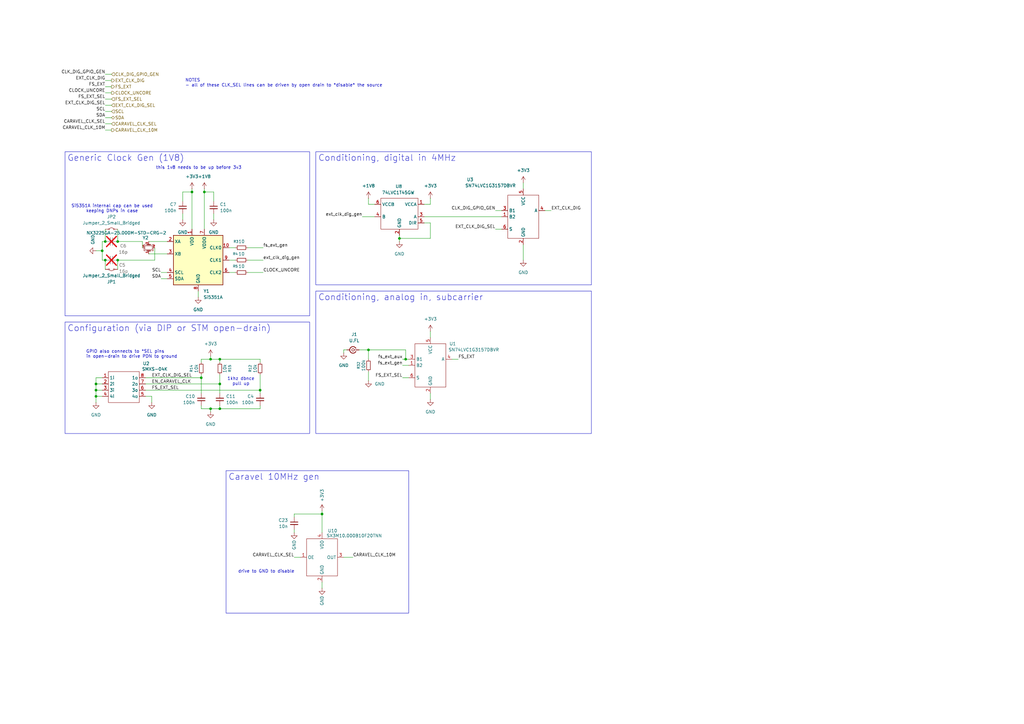
<source format=kicad_sch>
(kicad_sch (version 20250114) (generator "eeschema") (generator_version "9.0")
  (paper "A3")
  (title_block (title "clock source generators") (company "john kesler (jckesle2@ncsu.edu)"))
  (lib_symbols
    (symbol "592-partslib:74LVC1T45GW"
      (property "Reference" "U" (at 8.89 8.89 0))
      (property "Value" "74LVC1T45GW" (at 14.732 7.112 0))
      (symbol "74LVC1T45GW_0_1"
        (rectangle (start -7.62 6.35) (end 7.62 -6.35))
      )
      (symbol "74LVC1T45GW_1_1"
        (pin power_in line (at -10.16 3.81 0) (length 2.54) (name "VCCA") (number "1"))
        (pin bidirectional line (at -10.16 -1.27 0) (length 2.54) (name "A") (number "3"))
        (pin input line (at -10.16 -3.81 0) (length 2.54) (name "DIR") (number "5"))
        (pin power_in line (at 0 -8.89 90) (length 2.54) (name "GND") (number "2"))
        (pin power_in line (at 10.16 3.81 180) (length 2.54) (name "VCCB") (number "6"))
        (pin bidirectional line (at 10.16 -1.27 180) (length 2.54) (name "B") (number "4"))
      )
    )
    (symbol "592-partslib:SMXS-04K"
      (property "Reference" "U" (at 7.62 8.89 0))
      (property "Value" "SMXS-04K-TP" (at 14.224 6.858 0))
      (symbol "SMXS-04K_0_1"
        (rectangle (start -6.35 6.35) (end 6.35 -6.35))
      )
      (symbol "SMXS-04K_1_1"
        (pin passive line (at -8.89 3.81 0) (length 2.54) (name "1i") (number "1"))
        (pin passive line (at -8.89 1.27 0) (length 2.54) (name "2i") (number "2"))
        (pin passive line (at -8.89 -1.27 0) (length 2.54) (name "3i") (number "3"))
        (pin passive line (at -8.89 -3.81 0) (length 2.54) (name "4i") (number "4"))
        (pin passive line (at 8.89 3.81 180) (length 2.54) (name "1o") (number "8"))
        (pin passive line (at 8.89 1.27 180) (length 2.54) (name "2o") (number "7"))
        (pin passive line (at 8.89 -1.27 180) (length 2.54) (name "3o") (number "6"))
        (pin passive line (at 8.89 -3.81 180) (length 2.54) (name "4o") (number "5"))
      )
    )
    (symbol "592-partslib:SN74LVC1G3157DBVR"
      (symbol "SN74LVC1G3157DBVR_0_1"
        (rectangle (start -6.35 8.89) (end 6.35 -8.89))
      )
      (symbol "SN74LVC1G3157DBVR_1_1"
        (pin input line (at -8.89 2.54 0) (length 2.54) (name "B1") (number "3"))
        (pin input line (at -8.89 0 0) (length 2.54) (name "B2") (number "1"))
        (pin input line (at -8.89 -5.08 0) (length 2.54) (name "S") (number "6"))
        (pin power_in line (at 0 11.43 270) (length 2.54) (name "VCC") (number "5"))
        (pin power_in line (at 0 -11.43 90) (length 2.54) (name "GND") (number "2"))
        (pin output line (at 8.89 2.54 180) (length 2.54) (name "A") (number "4"))
      )
    )
    (symbol "592-partslib:SX3M10.000B10F20TNN"
      (property "Reference" "U" (at 9.144 3.556 0))
      (property "Value" "SX3M10.000B10F20TNN" (at 19.558 1.27 0))
      (symbol "SX3M10.000B10F20TNN_0_1"
        (rectangle (start 0 0) (end 12.7 -15.24))
      )
      (symbol "SX3M10.000B10F20TNN_1_1"
        (pin tri_state line (at -2.54 -7.62 0) (length 2.54) (name "OE") (number "1"))
        (pin power_in line (at 6.35 2.54 270) (length 2.54) (name "VDD") (number "4"))
        (pin power_in line (at 6.35 -17.78 90) (length 2.54) (name "GND") (number "2"))
        (pin output line (at 15.24 -7.62 180) (length 2.54) (name "OUT") (number "3"))
      )
    )
    (symbol "Connector:Conn_Coaxial_Small" (pin_numbers (hide yes)) (pin_names (offset 1.016) (hide yes))
      (property "Reference" "J" (at 0.254 3.048 0))
      (property "Value" "Conn_Coaxial_Small" (at 0 -3.81 0))
      (symbol "Conn_Coaxial_Small_0_1"
        (polyline (pts (xy -2.54 0) (xy -0.508 0)))
        (circle (center 0 0) (radius 0.508) (stroke (width 0.2032)))
      )
      (symbol "Conn_Coaxial_Small_1_1"
        (arc (start 1.3484 0.0039) (mid 0.327 -1.308) (end -1.1916 -0.6311) (stroke (width 0.3048)))
        (arc (start -1.1916 0.6311) (mid 0.327 1.3081) (end 1.3484 -0.0039) (stroke (width 0.3048)))
        (pin passive line (at -2.54 0 0) (length 1.27) (name "In") (number "1"))
        (pin passive line (at 2.54 0 180) (length 1.27) (name "Ext") (number "2"))
      )
    )
    (symbol "Device:C_Small" (pin_numbers (hide yes)) (pin_names (offset 0.254) (hide yes))
      (property "Reference" "C" (at 0.254 1.778 0))
      (property "Value" "C_Small" (at 0.254 -2.032 0))
      (symbol "C_Small_0_1"
        (polyline (pts (xy -1.524 0.508) (xy 1.524 0.508)) (stroke (width 0.3048)))
        (polyline (pts (xy -1.524 -0.508) (xy 1.524 -0.508)) (stroke (width 0.3302)))
      )
      (symbol "C_Small_1_1"
        (pin passive line (at 0 2.54 270) (length 2.032) (name "~") (number "1"))
        (pin passive line (at 0 -2.54 90) (length 2.032) (name "~") (number "2"))
      )
    )
    (symbol "Device:Crystal_GND24_Small" (pin_names (offset 1.016) (hide yes))
      (property "Reference" "Y" (at 1.27 4.445 0))
      (property "Value" "Crystal_GND24_Small" (at 1.27 2.54 0))
      (symbol "Crystal_GND24_Small_0_1"
        (polyline (pts (xy -1.27 1.27) (xy -1.27 1.905) (xy 1.27 1.905) (xy 1.27 1.27)))
        (polyline (pts (xy -1.27 -0.762) (xy -1.27 0.762)) (stroke (width 0.381)))
        (polyline (pts (xy -1.27 -1.27) (xy -1.27 -1.905) (xy 1.27 -1.905) (xy 1.27 -1.27)))
        (rectangle (start -0.762 -1.524) (end 0.762 1.524))
        (polyline (pts (xy 1.27 -0.762) (xy 1.27 0.762)) (stroke (width 0.381)))
      )
      (symbol "Crystal_GND24_Small_1_1"
        (pin passive line (at -2.54 0 0) (length 1.27) (name "1") (number "1"))
        (pin passive line (at 0 2.54 270) (length 0.635) (name "4") (number "4"))
        (pin passive line (at 0 -2.54 90) (length 0.635) (name "2") (number "2"))
        (pin passive line (at 2.54 0 180) (length 1.27) (name "3") (number "3"))
      )
    )
    (symbol "Device:R_Small" (pin_numbers (hide yes)) (pin_names (offset 0.254) (hide yes))
      (property "Reference" "R" (at 0 0 90))
      (property "Value" "R_Small" (at 1.778 0 90))
      (symbol "R_Small_0_1"
        (rectangle (start -0.762 1.778) (end 0.762 -1.778) (stroke (width 0.2032)))
      )
      (symbol "R_Small_1_1"
        (pin passive line (at 0 2.54 270) (length 0.762) (name "~") (number "1"))
        (pin passive line (at 0 -2.54 90) (length 0.762) (name "~") (number "2"))
      )
    )
    (symbol "Jumper:Jumper_2_Small_Bridged" (pin_numbers (hide yes)) (pin_names (offset 0) (hide yes))
      (property "Reference" "JP" (at 0 2.032 0))
      (property "Value" "Jumper_2_Small_Bridged" (at 0 -2.286 0))
      (symbol "Jumper_2_Small_Bridged_0_0"
        (circle (center -1.016 0) (radius 0.254))
        (circle (center 1.016 0) (radius 0.254))
      )
      (symbol "Jumper_2_Small_Bridged_0_1"
        (arc (start -0.762 0.254) (mid 0 0.5696) (end 0.762 0.254))
      )
      (symbol "Jumper_2_Small_Bridged_1_1"
        (pin passive line (at -2.54 0 0) (length 1.27) (name "A") (number "1"))
        (pin passive line (at 2.54 0 180) (length 1.27) (name "B") (number "2"))
      )
    )
    (symbol "Oscillator:Si5351A-B-GT"
      (property "Reference" "Y" (at -8.89 11.43 0))
      (property "Value" "Si5351A-B-GT" (at -12.7 -12.7 0))
      (symbol "Si5351A-B-GT_0_1"
        (rectangle (start -10.16 10.16) (end 10.16 -10.16) (stroke (width 0.254)) (fill (type background)))
      )
      (symbol "Si5351A-B-GT_1_1"
        (pin input line (at -12.7 7.62 0) (length 2.54) (name "XA") (number "2"))
        (pin input line (at -12.7 2.54 0) (length 2.54) (name "XB") (number "3"))
        (pin input line (at -12.7 -5.08 0) (length 2.54) (name "SCL") (number "4"))
        (pin bidirectional line (at -12.7 -7.62 0) (length 2.54) (name "SDA") (number "5"))
        (pin power_in line (at -2.54 12.7 270) (length 2.54) (name "VDD") (number "1"))
        (pin power_in line (at 0 -12.7 90) (length 2.54) (name "GND") (number "8"))
        (pin power_in line (at 2.54 12.7 270) (length 2.54) (name "VDDO") (number "7"))
        (pin output line (at 12.7 5.08 180) (length 2.54) (name "CLK0") (number "10"))
        (pin output line (at 12.7 0 180) (length 2.54) (name "CLK1") (number "9"))
        (pin output line (at 12.7 -5.08 180) (length 2.54) (name "CLK2") (number "6"))
      )
    )
    (symbol "power:+1V8" (power) (pin_numbers (hide yes)) (pin_names (offset 0) (hide yes))
      (property "Value" "+1V8" (at 0 3.556 0))
      (symbol "+1V8_0_1"
        (polyline (pts (xy -0.762 1.27) (xy 0 2.54)))
        (polyline (pts (xy 0 2.54) (xy 0.762 1.27)))
        (polyline (pts (xy 0 0) (xy 0 2.54)))
      )
      (symbol "+1V8_1_1"
        (pin power_in line (at 0 0 90) (length 0) (name "~") (number "1"))
      )
    )
    (symbol "power:+3.3V" (power) (pin_names (offset 0))
      (property "Value" "+3.3V" (at 0 3.556 0))
      (symbol "+3.3V_0_1"
        (polyline (pts (xy -0.762 1.27) (xy 0 2.54)))
        (polyline (pts (xy 0 2.54) (xy 0.762 1.27)))
        (polyline (pts (xy 0 0) (xy 0 2.54)))
      )
      (symbol "+3.3V_1_1"
        (pin power_in line (at 0 0 90) (length 0) (hide yes) (name "+3.3V") (number "1"))
      )
    )
    (symbol "power:+3V3" (power) (pin_numbers (hide yes)) (pin_names (offset 0) (hide yes))
      (property "Value" "+3V3" (at 0 3.556 0))
      (symbol "+3V3_0_1"
        (polyline (pts (xy -0.762 1.27) (xy 0 2.54)))
        (polyline (pts (xy 0 2.54) (xy 0.762 1.27)))
        (polyline (pts (xy 0 0) (xy 0 2.54)))
      )
      (symbol "+3V3_1_1"
        (pin power_in line (at 0 0 90) (length 0) (name "~") (number "1"))
      )
    )
    (symbol "power:GND" (power) (pin_numbers (hide yes)) (pin_names (offset 0) (hide yes))
      (property "Value" "GND" (at 0 -3.81 0))
      (symbol "GND_0_1"
        (polyline (pts (xy 0 0) (xy 0 -1.27) (xy 1.27 -1.27) (xy 0 -2.54) (xy -1.27 -1.27) (xy 0 -1.27)))
      )
      (symbol "GND_1_1"
        (pin power_in line (at 0 0 270) (length 0) (name "~") (number "1"))
      )
    )
  )
  (text "drive to GND to disable" (at 109.22 234.442 0) (effects (font (size 1.27 1.27))))
  (text "NOTES\n- all of these CLK_SEL lines can be driven by open drain to *disable* the source" (at 75.946 34.036 0) (effects (font (size 1.27 1.27)) (justify left)))
  (text "1khz dbnce\npull up" (at 98.806 156.464 0) (effects (font (size 1.27 1.27))))
  (text "this 1v8 needs to be up before 3v3" (at 81.534 68.834 0) (effects (font (size 1.27 1.27))))
  (text "Si5351A internal cap can be used\nkeeping DNPs in case" (at 45.974 85.598 0) (effects (font (size 1.27 1.27))))
  (text "GPIO also connects to *SEL pins\nin open-drain to drive PDN to ground" (at 35.306 145.288 0) (effects (font (size 1.27 1.27)) (justify left)))
  (text_box "Generic Clock Gen (1V8)" (at 26.67 62.23 0) (size 100.33 67.31) (margins 0.9525 0.9525 0.9525 0.9525) (effects (font (size 2.54 2.54)) (justify left top)))
  (text_box "Caravel 10MHz gen" (at 92.71 193.04 0) (size 74.93 58.42) (margins 0.9525 0.9525 0.9525 0.9525) (effects (font (size 2.54 2.54)) (justify left top)))
  (text_box "Configuration (via DIP or STM open-drain)" (at 26.67 132.08 0) (size 100.33 45.72) (margins 0.9525 0.9525 0.9525 0.9525) (effects (font (size 2.54 2.54)) (justify left top)))
  (text_box "Conditioning, analog in, subcarrier" (at 129.54 119.38 0) (size 113.03 58.42) (margins 0.9525 0.9525 0.9525 0.9525) (effects (font (size 2.54 2.54)) (justify left top)))
  (text_box "Conditioning, digital in 4MHz" (at 129.54 62.23 0) (size 113.03 54.61) (margins 0.9525 0.9525 0.9525 0.9525) (effects (font (size 2.54 2.54)) (justify left top)))
  (junction (at 106.68 160.02))
  (junction (at 83.82 78.74))
  (junction (at 41.91 102.87))
  (junction (at 39.37 162.56))
  (junction (at 48.26 99.06))
  (junction (at 132.08 210.82))
  (junction (at 39.37 160.02))
  (junction (at 78.74 78.74))
  (junction (at 43.18 106.68))
  (junction (at 90.17 167.64))
  (junction (at 39.37 157.48))
  (junction (at 86.36 167.64))
  (junction (at 90.17 157.48))
  (junction (at 163.83 97.79))
  (junction (at 86.36 147.32))
  (junction (at 82.55 154.94))
  (junction (at 151.13 143.51))
  (junction (at 90.17 147.32))
  (junction (at 43.18 99.06))
  (junction (at 48.26 106.68))
  (junction (at 166.37 147.32))
  (wire (pts (xy 41.91 99.06) (xy 41.91 102.87)))
  (wire (pts (xy 93.98 101.6) (xy 96.52 101.6)))
  (wire (pts (xy 93.98 106.68) (xy 96.52 106.68)))
  (wire (pts (xy 41.91 99.06) (xy 43.18 99.06)))
  (wire (pts (xy 60.96 99.06) (xy 68.58 99.06)))
  (wire (pts (xy 90.17 153.67) (xy 90.17 157.48)))
  (wire (pts (xy 151.13 81.28) (xy 151.13 83.82)))
  (wire (pts (xy 39.37 157.48) (xy 41.91 157.48)))
  (wire (pts (xy 101.6 101.6) (xy 107.95 101.6)))
  (wire (pts (xy 48.26 106.68) (xy 48.26 110.49)))
  (wire (pts (xy 66.04 114.3) (xy 68.58 114.3)))
  (wire (pts (xy 66.04 111.76) (xy 68.58 111.76)))
  (wire (pts (xy 41.91 102.87) (xy 41.91 106.68)))
  (wire (pts (xy 43.18 43.18) (xy 45.72 43.18)))
  (wire (pts (xy 82.55 166.37) (xy 82.55 167.64)))
  (wire (pts (xy 48.26 99.06) (xy 58.42 99.06)))
  (wire (pts (xy 140.97 143.51) (xy 140.97 144.78)))
  (wire (pts (xy 163.83 97.79) (xy 163.83 99.06)))
  (wire (pts (xy 147.32 143.51) (xy 151.13 143.51)))
  (wire (pts (xy 81.28 119.38) (xy 81.28 121.92)))
  (wire (pts (xy 176.53 161.29) (xy 176.53 163.83)))
  (wire (pts (xy 86.36 167.64) (xy 90.17 167.64)))
  (wire (pts (xy 132.08 210.82) (xy 132.08 218.44)))
  (wire (pts (xy 203.2 86.36) (xy 205.74 86.36)))
  (wire (pts (xy 151.13 152.4) (xy 151.13 156.21)))
  (wire (pts (xy 83.82 77.47) (xy 83.82 78.74)))
  (wire (pts (xy 43.18 33.02) (xy 45.72 33.02)))
  (wire (pts (xy 39.37 162.56) (xy 39.37 165.1)))
  (wire (pts (xy 176.53 135.89) (xy 176.53 138.43)))
  (wire (pts (xy 93.98 111.76) (xy 96.52 111.76)))
  (wire (pts (xy 87.63 87.63) (xy 87.63 90.17)))
  (wire (pts (xy 43.18 48.26) (xy 45.72 48.26)))
  (wire (pts (xy 59.69 154.94) (xy 82.55 154.94)))
  (wire (pts (xy 176.53 81.28) (xy 176.53 83.82)))
  (wire (pts (xy 120.65 210.82) (xy 132.08 210.82)))
  (wire (pts (xy 173.99 88.9) (xy 205.74 88.9)))
  (wire (pts (xy 39.37 157.48) (xy 39.37 160.02)))
  (wire (pts (xy 86.36 146.05) (xy 86.36 147.32)))
  (wire (pts (xy 106.68 148.59) (xy 106.68 147.32)))
  (wire (pts (xy 120.65 217.17) (xy 120.65 218.44)))
  (wire (pts (xy 86.36 167.64) (xy 86.36 168.91)))
  (wire (pts (xy 43.18 106.68) (xy 43.18 110.49)))
  (wire (pts (xy 48.26 93.98) (xy 48.26 99.06)))
  (wire (pts (xy 43.18 30.48) (xy 45.72 30.48)))
  (wire (pts (xy 151.13 83.82) (xy 153.67 83.82)))
  (wire (pts (xy 43.18 50.8) (xy 45.72 50.8)))
  (wire (pts (xy 166.37 143.51) (xy 166.37 147.32)))
  (wire (pts (xy 90.17 157.48) (xy 90.17 161.29)))
  (wire (pts (xy 106.68 153.67) (xy 106.68 160.02)))
  (wire (pts (xy 214.63 74.93) (xy 214.63 77.47)))
  (wire (pts (xy 132.08 209.55) (xy 132.08 210.82)))
  (wire (pts (xy 39.37 154.94) (xy 41.91 154.94)))
  (wire (pts (xy 39.37 160.02) (xy 41.91 160.02)))
  (wire (pts (xy 43.18 53.34) (xy 45.72 53.34)))
  (wire (pts (xy 78.74 78.74) (xy 74.93 78.74)))
  (wire (pts (xy 74.93 78.74) (xy 74.93 82.55)))
  (wire (pts (xy 185.42 147.32) (xy 187.96 147.32)))
  (wire (pts (xy 78.74 77.47) (xy 78.74 78.74)))
  (wire (pts (xy 62.23 162.56) (xy 62.23 165.1)))
  (wire (pts (xy 39.37 162.56) (xy 41.91 162.56)))
  (wire (pts (xy 87.63 78.74) (xy 87.63 82.55)))
  (wire (pts (xy 120.65 228.6) (xy 123.19 228.6)))
  (wire (pts (xy 106.68 166.37) (xy 106.68 167.64)))
  (wire (pts (xy 43.18 35.56) (xy 45.72 35.56)))
  (wire (pts (xy 82.55 147.32) (xy 82.55 148.59)))
  (wire (pts (xy 140.97 228.6) (xy 144.78 228.6)))
  (wire (pts (xy 82.55 154.94) (xy 82.55 161.29)))
  (wire (pts (xy 223.52 86.36) (xy 226.06 86.36)))
  (wire (pts (xy 90.17 166.37) (xy 90.17 167.64)))
  (wire (pts (xy 82.55 167.64) (xy 86.36 167.64)))
  (wire (pts (xy 78.74 78.74) (xy 78.74 93.98)))
  (wire (pts (xy 165.1 154.94) (xy 167.64 154.94)))
  (wire (pts (xy 43.18 45.72) (xy 45.72 45.72)))
  (wire (pts (xy 173.99 91.44) (xy 176.53 91.44)))
  (wire (pts (xy 43.18 106.68) (xy 41.91 106.68)))
  (wire (pts (xy 59.69 157.48) (xy 90.17 157.48)))
  (wire (pts (xy 58.42 99.06) (xy 58.42 101.6)))
  (wire (pts (xy 90.17 147.32) (xy 90.17 148.59)))
  (wire (pts (xy 43.18 93.98) (xy 43.18 99.06)))
  (wire (pts (xy 214.63 100.33) (xy 214.63 106.68)))
  (wire (pts (xy 173.99 83.82) (xy 176.53 83.82)))
  (wire (pts (xy 86.36 147.32) (xy 90.17 147.32)))
  (wire (pts (xy 83.82 78.74) (xy 87.63 78.74)))
  (wire (pts (xy 83.82 78.74) (xy 83.82 93.98)))
  (wire (pts (xy 163.83 96.52) (xy 163.83 97.79)))
  (wire (pts (xy 39.37 102.87) (xy 41.91 102.87)))
  (wire (pts (xy 39.37 154.94) (xy 39.37 157.48)))
  (wire (pts (xy 106.68 160.02) (xy 106.68 161.29)))
  (wire (pts (xy 60.96 104.14) (xy 68.58 104.14)))
  (wire (pts (xy 82.55 153.67) (xy 82.55 154.94)))
  (wire (pts (xy 39.37 160.02) (xy 39.37 162.56)))
  (wire (pts (xy 151.13 143.51) (xy 166.37 143.51)))
  (wire (pts (xy 142.24 143.51) (xy 140.97 143.51)))
  (wire (pts (xy 120.65 212.09) (xy 120.65 210.82)))
  (wire (pts (xy 176.53 91.44) (xy 176.53 97.79)))
  (wire (pts (xy 165.1 147.32) (xy 166.37 147.32)))
  (wire (pts (xy 43.18 40.64) (xy 45.72 40.64)))
  (wire (pts (xy 90.17 167.64) (xy 106.68 167.64)))
  (wire (pts (xy 101.6 111.76) (xy 107.95 111.76)))
  (wire (pts (xy 62.23 162.56) (xy 59.69 162.56)))
  (wire (pts (xy 176.53 97.79) (xy 163.83 97.79)))
  (wire (pts (xy 101.6 106.68) (xy 107.95 106.68)))
  (wire (pts (xy 63.5 101.6) (xy 63.5 106.68)))
  (wire (pts (xy 82.55 147.32) (xy 86.36 147.32)))
  (wire (pts (xy 74.93 87.63) (xy 74.93 90.17)))
  (wire (pts (xy 48.26 106.68) (xy 63.5 106.68)))
  (wire (pts (xy 43.18 38.1) (xy 45.72 38.1)))
  (wire (pts (xy 59.69 160.02) (xy 106.68 160.02)))
  (wire (pts (xy 132.08 238.76) (xy 132.08 241.3)))
  (wire (pts (xy 203.2 93.98) (xy 205.74 93.98)))
  (wire (pts (xy 165.1 149.86) (xy 167.64 149.86)))
  (wire (pts (xy 151.13 143.51) (xy 151.13 147.32)))
  (wire (pts (xy 148.59 88.9) (xy 153.67 88.9)))
  (wire (pts (xy 106.68 147.32) (xy 90.17 147.32)))
  (wire (pts (xy 166.37 147.32) (xy 167.64 147.32)))
  (label "CARAVEL_CLK_10M" (at 144.78 228.6 0))
  (label "SCL" (at 66.04 111.76 180))
  (label "FS_EXT_SEL" (at 62.23 160.02 0))
  (label "EXT_CLK_DIG" (at 226.06 86.36 0))
  (label "CLOCK_UNCORE" (at 107.95 111.76 0))
  (label "CLOCK_UNCORE" (at 43.18 38.1 180))
  (label "SDA" (at 66.04 114.3 180))
  (label "fs_ext_gen" (at 107.95 101.6 0))
  (label "CLK_DIG_GPIO_GEN" (at 43.18 30.48 180))
  (label "FS_EXT_SEL" (at 43.18 40.64 180))
  (label "FS_EXT" (at 187.96 147.32 0))
  (label "fs_ext_aux" (at 165.1 147.32 180))
  (label "CLK_DIG_GPIO_GEN" (at 203.2 86.36 180))
  (label "ext_clk_dig_gen" (at 107.95 106.68 0))
  (label "EXT_CLK_DIG_SEL" (at 62.23 154.94 0))
  (label "CARAVEL_CLK_SEL" (at 43.18 50.8 180))
  (label "EXT_CLK_DIG_SEL" (at 203.2 93.98 180))
  (label "fs_ext_gen" (at 165.1 149.86 180))
  (label "FS_EXT" (at 43.18 35.56 180))
  (label "EXT_CLK_DIG" (at 43.18 33.02 180))
  (label "EXT_CLK_DIG_SEL" (at 43.18 43.18 180))
  (label "SDA" (at 43.18 48.26 180))
  (label "CARAVEL_CLK_10M" (at 43.18 53.34 180))
  (label "FS_EXT_SEL" (at 165.1 154.94 180))
  (label "SCL" (at 43.18 45.72 180))
  (label "ext_clk_dig_gen" (at 148.59 88.9 180))
  (label "EN_CARAVEL_CLK" (at 62.23 157.48 0))
  (label "CARAVEL_CLK_SEL" (at 120.65 228.6 180))
  (hierarchical_label "EXT_CLK_DIG" (shape output) (at 45.72 33.02 0))
  (hierarchical_label "FS_EXT_SEL" (shape input) (at 45.72 40.64 0))
  (hierarchical_label "CARAVEL_CLK_SEL" (shape input) (at 45.72 50.8 0))
  (hierarchical_label "SDA" (shape bidirectional) (at 45.72 48.26 0))
  (hierarchical_label "CLK_DIG_GPIO_GEN" (shape input) (at 45.72 30.48 0))
  (hierarchical_label "CLOCK_UNCORE" (shape output) (at 45.72 38.1 0))
  (hierarchical_label "CARAVEL_CLK_10M" (shape output) (at 45.72 53.34 0))
  (hierarchical_label "EXT_CLK_DIG_SEL" (shape input) (at 45.72 43.18 0))
  (hierarchical_label "FS_EXT" (shape output) (at 45.72 35.56 0))
  (hierarchical_label "SCL" (shape input) (at 45.72 45.72 0))
  (symbol (lib_id "power:GND") (at 39.37 102.87 270) (unit 1)
    (property "Reference" "#PWR015" (effects (hide yes)))
    (property "Value" "GND" (at 38.1001 100.33 0) (effects (justify right)))
    (property "Description" "Power symbol creates a global label with name \"GND\" , ground" (effects (hide yes)))
  )
  (symbol (lib_id "Oscillator:Si5351A-B-GT") (at 81.28 106.68 0) (unit 1)
    (property "Reference" "Y1" (at 83.4233 119.38 0) (effects (justify left)))
    (property "Value" "Si5351A" (at 83.4233 121.92 0) (effects (justify left)))
    (property "Footprint" "Package_SO:MSOP-10_3x3mm_P0.5mm" (effects (hide yes)))
    (property "Datasheet" "https://www.silabs.com/documents/public/data-sheets/Si5351-B.pdf" (effects (hide yes)))
    (property "Description" "I2C Programmable Any-Frequency CMOS Clock Generator, MSOP-8" (effects (hide yes)))
  )
  (symbol (lib_id "Device:Crystal_GND24_Small") (at 60.96 101.6 90) (unit 1)
    (property "Reference" "Y2" (at 59.69 97.536 90))
    (property "Value" "NX3225GA-25.000M-STD-CRG-2" (at 51.816 95.504 90))
    (property "Footprint" "Crystal:Crystal_SMD_3225-4Pin_3.2x2.5mm" (effects (hide yes)))
    (property "Datasheet" "https://www.lcsc.com/datasheet/C1985619.pdf" (effects (hide yes)))
    (property "Description" "Four pin crystal, GND on pins 2 and 4, small symbol" (effects (hide yes)))
  )
  (symbol (lib_id "Jumper:Jumper_2_Small_Bridged") (at 45.72 93.98 0) (mirror y) (unit 1)
    (property "Reference" "JP2" (at 45.72 88.9 0))
    (property "Value" "Jumper_2_Small_Bridged" (at 45.72 91.44 0))
    (property "Footprint" "Jumper:SolderJumper-2_P1.3mm_Bridged_RoundedPad1.0x1.5mm" (effects (hide yes)))
    (property "Description" "Jumper, 2-pole, small symbol, bridged" (effects (hide yes)))
  )
  (symbol (lib_id "power:+3V3") (at 176.53 135.89 0) (unit 1)
    (property "Reference" "#PWR04" (effects (hide yes)))
    (property "Value" "+3V3" (at 176.53 130.81 0))
    (property "Description" "Power symbol creates a global label with name \"+3V3\"" (effects (hide yes)))
  )
  (symbol (lib_id "power:+3.3V") (at 132.08 209.55 0) (unit 1)
    (property "Reference" "#PWR084" (effects (hide yes)))
    (property "Value" "+3V3" (at 132.08 203.2 90))
  )
  (symbol (lib_id "Device:C_Small") (at 45.72 106.68 270) (mirror x) (unit 1) (dnp yes)
    (property "Reference" "C5" (at 48.768 108.712 90) (effects (justify left)))
    (property "Value" "16p" (at 48.768 111.252 90) (effects (justify left)))
    (property "Footprint" "Capacitor_SMD:C_0603_1608Metric" (effects (hide yes)))
    (property "Description" "Unpolarized capacitor, small symbol" (effects (hide yes)))
  )
  (symbol (lib_id "power:GND") (at 151.13 156.21 0) (unit 1)
    (property "Reference" "#PWR085" (effects (hide yes)))
    (property "Value" "GND" (at 153.67 157.4799 0) (effects (justify left)))
    (property "Description" "Power symbol creates a global label with name \"GND\" , ground" (effects (hide yes)))
  )
  (symbol (lib_id "Device:R_Small") (at 99.06 111.76 90) (unit 1)
    (property "Reference" "R5" (at 96.52 109.22 90) (effects (font (size 1.016 1.016))))
    (property "Value" "10" (at 99.06 109.22 90))
    (property "Footprint" "Resistor_SMD:R_0603_1608Metric" (effects (hide yes)))
    (property "Description" "Resistor, small symbol" (effects (hide yes)))
  )
  (symbol (lib_id "power:GND") (at 86.36 168.91 0) (mirror y) (unit 1)
    (property "Reference" "#PWR048" (effects (hide yes)))
    (property "Value" "GND" (at 86.36 173.99 0))
    (property "Description" "Power symbol creates a global label with name \"GND\" , ground" (effects (hide yes)))
  )
  (symbol (lib_id "Device:R_Small") (at 99.06 101.6 90) (unit 1)
    (property "Reference" "R3" (at 96.774 99.06 90) (effects (font (size 1.016 1.016))))
    (property "Value" "10" (at 99.06 99.06 90))
    (property "Footprint" "Resistor_SMD:R_0603_1608Metric" (effects (hide yes)))
    (property "Description" "Resistor, small symbol" (effects (hide yes)))
  )
  (symbol (lib_id "Device:C_Small") (at 90.17 163.83 180) (unit 1)
    (property "Reference" "C11" (at 92.71 162.5535 0) (effects (justify right)))
    (property "Value" "100n" (at 92.71 165.0935 0) (effects (justify right)))
    (property "Footprint" "Capacitor_SMD:C_0603_1608Metric" (effects (hide yes)))
    (property "Description" "Unpolarized capacitor, small symbol" (effects (hide yes)))
  )
  (symbol (lib_id "power:+3V3") (at 78.74 77.47 0) (unit 1)
    (property "Reference" "#PWR01" (effects (hide yes)))
    (property "Value" "+3V3" (at 78.74 72.39 0))
    (property "Description" "Power symbol creates a global label with name \"+3V3\"" (effects (hide yes)))
  )
  (symbol (lib_id "Device:R_Small") (at 151.13 149.86 0) (mirror x) (unit 1)
    (property "Reference" "R32" (at 147.066 149.86 90) (effects (font (size 1.016 1.016))))
    (property "Value" "100k" (at 149.098 149.86 90))
    (property "Footprint" "Resistor_SMD:R_0603_1608Metric" (effects (hide yes)))
    (property "Description" "Resistor, small symbol" (effects (hide yes)))
  )
  (symbol (lib_id "592-partslib:SMXS-04K") (at 50.8 158.75 0) (unit 1)
    (property "Reference" "U2" (at 59.944 149.098 0))
    (property "Value" "SMXS-04K" (at 63.5 151.384 0))
    (property "Footprint" "592-partslib:SMXS-04K-TP" (effects (hide yes)))
    (property "Datasheet" "https://www.lcsc.com/product-detail/C5439763.html" (effects (hide yes)))
  )
  (symbol (lib_id "Connector:Conn_Coaxial_Small") (at 144.78 143.51 0) (mirror y) (unit 1)
    (property "Reference" "J1" (at 145.2995 137.16 0))
    (property "Value" "U.FL" (at 145.2995 139.7 0))
    (property "Footprint" "Connector_Coaxial:U.FL_Hirose_U.FL-R-SMT-1_Vertical" (effects (hide yes)))
    (property "Description" "small coaxial connector (BNC, SMA, SMB, SMC, Cinch/RCA, LEMO, ...)" (effects (hide yes)))
  )
  (symbol (lib_id "power:+3V3") (at 176.53 81.28 0) (mirror y) (unit 1)
    (property "Reference" "#PWR043" (effects (hide yes)))
    (property "Value" "+3V3" (at 176.53 76.2 0))
    (property "Description" "Power symbol creates a global label with name \"+3V3\"" (effects (hide yes)))
  )
  (symbol (lib_id "592-partslib:SX3M10.000B10F20TNN") (at 125.73 220.98 0) (unit 1)
    (property "Reference" "U10" (at 136.398 217.678 0))
    (property "Value" "SX3M10.000B10F20TNN" (at 145.288 219.71 0))
  )
  (symbol (lib_id "592-partslib:74LVC1T45GW") (at 163.83 87.63 0) (mirror y) (unit 1)
    (property "Reference" "U8" (at 163.576 76.454 0))
    (property "Value" "74LVC1T45GW" (at 163.322 78.994 0))
    (property "Footprint" "Package_TO_SOT_SMD:SOT-363_SC-70-6" (effects (hide yes)))
    (property "Datasheet" "https://www.lcsc.com/datasheet/C478004.pdf" (effects (hide yes)))
  )
  (symbol (lib_id "power:GND") (at 81.28 121.92 0) (unit 1)
    (property "Reference" "#PWR03" (effects (hide yes)))
    (property "Value" "GND" (at 81.28 127 0))
    (property "Description" "Power symbol creates a global label with name \"GND\" , ground" (effects (hide yes)))
  )
  (symbol (lib_id "power:GND") (at 120.65 218.44 0) (unit 1)
    (property "Reference" "#PWR039" (effects (hide yes)))
    (property "Value" "GND" (at 120.65 223.52 90))
  )
  (symbol (lib_id "power:GND") (at 39.37 165.1 0) (unit 1)
    (property "Reference" "#PWR06" (effects (hide yes)))
    (property "Value" "GND" (at 39.37 170.18 0))
    (property "Description" "Power symbol creates a global label with name \"GND\" , ground" (effects (hide yes)))
  )
  (symbol (lib_id "592-partslib:SN74LVC1G3157DBVR") (at 176.53 149.86 0) (unit 1)
    (property "Reference" "U1" (at 185.674 140.97 0))
    (property "Value" "SN74LVC1G3157DBVR" (at 194.31 143.4398 0))
    (property "Footprint" "Package_TO_SOT_SMD:SOT-23-6" (effects (hide yes)))
    (property "Datasheet" "https://www.lcsc.com/datasheet/C10426.pdf" (effects (hide yes)))
  )
  (symbol (lib_id "power:GND") (at 140.97 144.78 0) (mirror y) (unit 1)
    (property "Reference" "#PWR011" (effects (hide yes)))
    (property "Value" "GND" (at 140.97 149.86 0))
    (property "Description" "Power symbol creates a global label with name \"GND\" , ground" (effects (hide yes)))
  )
  (symbol (lib_id "power:GND") (at 214.63 106.68 0) (unit 1)
    (property "Reference" "#PWR010" (effects (hide yes)))
    (property "Value" "GND" (at 214.63 111.76 0))
    (property "Description" "Power symbol creates a global label with name \"GND\" , ground" (effects (hide yes)))
  )
  (symbol (lib_id "power:GND") (at 132.08 241.3 0) (unit 1)
    (property "Reference" "#PWR0144" (effects (hide yes)))
    (property "Value" "GND" (at 132.08 246.38 90))
  )
  (symbol (lib_id "Device:C_Small") (at 74.93 85.09 0) (mirror y) (unit 1)
    (property "Reference" "C7" (at 72.39 83.8262 0) (effects (justify left)))
    (property "Value" "100n" (at 72.39 86.3662 0) (effects (justify left)))
    (property "Footprint" "Capacitor_SMD:C_0603_1608Metric" (effects (hide yes)))
    (property "Description" "Unpolarized capacitor, small symbol" (effects (hide yes)))
  )
  (symbol (lib_id "Device:R_Small") (at 106.68 151.13 0) (mirror x) (unit 1)
    (property "Reference" "R12" (at 102.616 151.13 90) (effects (font (size 1.016 1.016))))
    (property "Value" "10k" (at 104.648 151.13 90))
    (property "Footprint" "Resistor_SMD:R_0603_1608Metric" (effects (hide yes)))
    (property "Description" "Resistor, small symbol" (effects (hide yes)))
  )
  (symbol (lib_id "Device:C_Small") (at 87.63 85.09 0) (unit 1)
    (property "Reference" "C1" (at 90.17 83.8262 0) (effects (justify left)))
    (property "Value" "100n" (at 90.17 86.3662 0) (effects (justify left)))
    (property "Footprint" "Capacitor_SMD:C_0603_1608Metric" (effects (hide yes)))
    (property "Description" "Unpolarized capacitor, small symbol" (effects (hide yes)))
  )
  (symbol (lib_id "Jumper:Jumper_2_Small_Bridged") (at 45.72 110.49 0) (mirror x) (unit 1)
    (property "Reference" "JP1" (at 45.72 115.57 0))
    (property "Value" "Jumper_2_Small_Bridged" (at 45.72 113.03 0))
    (property "Footprint" "Jumper:SolderJumper-2_P1.3mm_Bridged_RoundedPad1.0x1.5mm" (effects (hide yes)))
    (property "Description" "Jumper, 2-pole, small symbol, bridged" (effects (hide yes)))
  )
  (symbol (lib_id "Device:C_Small") (at 106.68 163.83 0) (mirror x) (unit 1)
    (property "Reference" "C4" (at 104.14 162.5535 0) (effects (justify right)))
    (property "Value" "100n" (at 104.14 165.0935 0) (effects (justify right)))
    (property "Footprint" "Capacitor_SMD:C_0603_1608Metric" (effects (hide yes)))
    (property "Description" "Unpolarized capacitor, small symbol" (effects (hide yes)))
  )
  (symbol (lib_id "592-partslib:SN74LVC1G3157DBVR") (at 214.63 88.9 0) (unit 1)
    (property "Reference" "U3" (at 192.786 73.66 0))
    (property "Value" "SN74LVC1G3157DBVR" (at 201.168 76.1298 0))
    (property "Footprint" "Package_TO_SOT_SMD:SOT-23-6" (effects (hide yes)))
    (property "Datasheet" "https://www.lcsc.com/datasheet/C10426.pdf" (effects (hide yes)))
  )
  (symbol (lib_id "power:GND") (at 163.83 99.06 0) (mirror y) (unit 1)
    (property "Reference" "#PWR042" (effects (hide yes)))
    (property "Value" "GND" (at 163.83 104.14 0))
    (property "Description" "Power symbol creates a global label with name \"GND\" , ground" (effects (hide yes)))
  )
  (symbol (lib_id "power:GND") (at 87.63 90.17 0) (unit 1)
    (property "Reference" "#PWR016" (effects (hide yes)))
    (property "Value" "GND" (at 87.63 95.25 0))
    (property "Description" "Power symbol creates a global label with name \"GND\" , ground" (effects (hide yes)))
  )
  (symbol (lib_id "Device:R_Small") (at 99.06 106.68 90) (unit 1)
    (property "Reference" "R4" (at 96.52 104.14 90) (effects (font (size 1.016 1.016))))
    (property "Value" "10" (at 99.06 104.14 90))
    (property "Footprint" "Resistor_SMD:R_0603_1608Metric" (effects (hide yes)))
    (property "Description" "Resistor, small symbol" (effects (hide yes)))
  )
  (symbol (lib_id "Device:R_Small") (at 90.17 151.13 180) (unit 1)
    (property "Reference" "R15" (at 94.234 151.13 90) (effects (font (size 1.016 1.016))))
    (property "Value" "10k" (at 92.202 151.13 90))
    (property "Footprint" "Resistor_SMD:R_0603_1608Metric" (effects (hide yes)))
    (property "Description" "Resistor, small symbol" (effects (hide yes)))
  )
  (symbol (lib_id "Device:R_Small") (at 82.55 151.13 0) (mirror x) (unit 1)
    (property "Reference" "R14" (at 78.486 151.13 90) (effects (font (size 1.016 1.016))))
    (property "Value" "10k" (at 80.518 151.13 90))
    (property "Footprint" "Resistor_SMD:R_0603_1608Metric" (effects (hide yes)))
    (property "Description" "Resistor, small symbol" (effects (hide yes)))
  )
  (symbol (lib_id "power:GND") (at 62.23 165.1 0) (unit 1)
    (property "Reference" "#PWR046" (effects (hide yes)))
    (property "Value" "GND" (at 62.23 170.18 0))
    (property "Description" "Power symbol creates a global label with name \"GND\" , ground" (effects (hide yes)))
  )
  (symbol (lib_id "power:+3V3") (at 86.36 146.05 0) (unit 1)
    (property "Reference" "#PWR047" (effects (hide yes)))
    (property "Value" "+3V3" (at 86.36 140.97 0))
    (property "Description" "Power symbol creates a global label with name \"+3V3\"" (effects (hide yes)))
  )
  (symbol (lib_id "power:GND") (at 176.53 163.83 0) (unit 1)
    (property "Reference" "#PWR05" (effects (hide yes)))
    (property "Value" "GND" (at 176.53 168.91 0))
    (property "Description" "Power symbol creates a global label with name \"GND\" , ground" (effects (hide yes)))
  )
  (symbol (lib_id "Device:C_Small") (at 45.72 99.06 270) (mirror x) (unit 1) (dnp yes)
    (property "Reference" "C6" (at 50.546 100.838 90))
    (property "Value" "16p" (at 50.546 103.378 90))
    (property "Footprint" "Capacitor_SMD:C_0603_1608Metric" (effects (hide yes)))
    (property "Description" "Unpolarized capacitor, small symbol" (effects (hide yes)))
  )
  (symbol (lib_id "power:+1V8") (at 83.82 77.47 0) (unit 1)
    (property "Reference" "#PWR02" (effects (hide yes)))
    (property "Value" "+1V8" (at 83.82 72.39 0))
    (property "Description" "Power symbol creates a global label with name \"+1V8\"" (effects (hide yes)))
  )
  (symbol (lib_id "power:+3V3") (at 214.63 74.93 0) (unit 1)
    (property "Reference" "#PWR09" (effects (hide yes)))
    (property "Value" "+3V3" (at 214.63 69.85 0))
    (property "Description" "Power symbol creates a global label with name \"+3V3\"" (effects (hide yes)))
  )
  (symbol (lib_id "power:GND") (at 74.93 90.17 0) (unit 1)
    (property "Reference" "#PWR017" (effects (hide yes)))
    (property "Value" "GND" (at 74.93 95.25 0))
    (property "Description" "Power symbol creates a global label with name \"GND\" , ground" (effects (hide yes)))
  )
  (symbol (lib_id "power:+1V8") (at 151.13 81.28 0) (mirror y) (unit 1)
    (property "Reference" "#PWR041" (effects (hide yes)))
    (property "Value" "+1V8" (at 151.13 76.2 0))
    (property "Description" "Power symbol creates a global label with name \"+1V8\"" (effects (hide yes)))
  )
  (symbol (lib_id "Device:C_Small") (at 82.55 163.83 0) (mirror x) (unit 1)
    (property "Reference" "C10" (at 80.01 162.5535 0) (effects (justify right)))
    (property "Value" "100n" (at 80.01 165.0935 0) (effects (justify right)))
    (property "Footprint" "Capacitor_SMD:C_0603_1608Metric" (effects (hide yes)))
    (property "Description" "Unpolarized capacitor, small symbol" (effects (hide yes)))
  )
  (symbol (lib_id "Device:C_Small") (at 120.65 214.63 0) (mirror y) (unit 1)
    (property "Reference" "C23" (at 118.11 213.3662 0) (effects (justify left)))
    (property "Value" "10n" (at 118.11 215.9062 0) (effects (justify left)))
    (property "Footprint" "Capacitor_SMD:C_0603_1608Metric" (effects (hide yes)))
    (property "Description" "Unpolarized capacitor, small symbol" (effects (hide yes)))
  )
)
</source>
